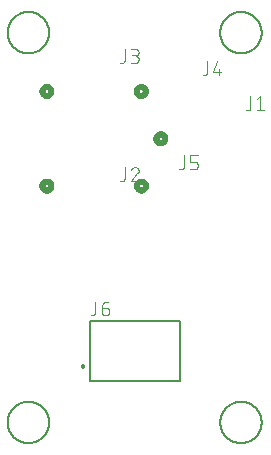
<source format=gbr>
G04 EAGLE Gerber RS-274X export*
G75*
%MOMM*%
%FSLAX34Y34*%
%LPD*%
%INSilkscreen Top*%
%IPPOS*%
%AMOC8*
5,1,8,0,0,1.08239X$1,22.5*%
G01*
%ADD10C,0.508000*%
%ADD11C,0.076200*%
%ADD12C,0.200000*%
%ADD13C,0.127000*%
%ADD14C,0.101600*%
%ADD15C,0.203200*%


D10*
X118400Y300000D02*
X118402Y299878D01*
X118408Y299756D01*
X118418Y299634D01*
X118431Y299513D01*
X118449Y299392D01*
X118470Y299272D01*
X118496Y299152D01*
X118525Y299034D01*
X118557Y298916D01*
X118594Y298799D01*
X118634Y298684D01*
X118678Y298570D01*
X118726Y298458D01*
X118777Y298347D01*
X118832Y298238D01*
X118890Y298130D01*
X118952Y298025D01*
X119017Y297922D01*
X119085Y297820D01*
X119157Y297721D01*
X119231Y297625D01*
X119309Y297530D01*
X119390Y297439D01*
X119473Y297349D01*
X119559Y297263D01*
X119649Y297180D01*
X119740Y297099D01*
X119835Y297021D01*
X119931Y296947D01*
X120030Y296875D01*
X120132Y296807D01*
X120235Y296742D01*
X120340Y296680D01*
X120448Y296622D01*
X120557Y296567D01*
X120668Y296516D01*
X120780Y296468D01*
X120894Y296424D01*
X121009Y296384D01*
X121126Y296347D01*
X121244Y296315D01*
X121362Y296286D01*
X121482Y296260D01*
X121602Y296239D01*
X121723Y296221D01*
X121844Y296208D01*
X121966Y296198D01*
X122088Y296192D01*
X122210Y296190D01*
X122332Y296192D01*
X122454Y296198D01*
X122576Y296208D01*
X122697Y296221D01*
X122818Y296239D01*
X122938Y296260D01*
X123058Y296286D01*
X123176Y296315D01*
X123294Y296347D01*
X123411Y296384D01*
X123526Y296424D01*
X123640Y296468D01*
X123752Y296516D01*
X123863Y296567D01*
X123972Y296622D01*
X124080Y296680D01*
X124185Y296742D01*
X124288Y296807D01*
X124390Y296875D01*
X124489Y296947D01*
X124585Y297021D01*
X124680Y297099D01*
X124771Y297180D01*
X124861Y297263D01*
X124947Y297349D01*
X125030Y297439D01*
X125111Y297530D01*
X125189Y297625D01*
X125263Y297721D01*
X125335Y297820D01*
X125403Y297922D01*
X125468Y298025D01*
X125530Y298130D01*
X125588Y298238D01*
X125643Y298347D01*
X125694Y298458D01*
X125742Y298570D01*
X125786Y298684D01*
X125826Y298799D01*
X125863Y298916D01*
X125895Y299034D01*
X125924Y299152D01*
X125950Y299272D01*
X125971Y299392D01*
X125989Y299513D01*
X126002Y299634D01*
X126012Y299756D01*
X126018Y299878D01*
X126020Y300000D01*
X126018Y300122D01*
X126012Y300244D01*
X126002Y300366D01*
X125989Y300487D01*
X125971Y300608D01*
X125950Y300728D01*
X125924Y300848D01*
X125895Y300966D01*
X125863Y301084D01*
X125826Y301201D01*
X125786Y301316D01*
X125742Y301430D01*
X125694Y301542D01*
X125643Y301653D01*
X125588Y301762D01*
X125530Y301870D01*
X125468Y301975D01*
X125403Y302078D01*
X125335Y302180D01*
X125263Y302279D01*
X125189Y302375D01*
X125111Y302470D01*
X125030Y302561D01*
X124947Y302651D01*
X124861Y302737D01*
X124771Y302820D01*
X124680Y302901D01*
X124585Y302979D01*
X124489Y303053D01*
X124390Y303125D01*
X124288Y303193D01*
X124185Y303258D01*
X124080Y303320D01*
X123972Y303378D01*
X123863Y303433D01*
X123752Y303484D01*
X123640Y303532D01*
X123526Y303576D01*
X123411Y303616D01*
X123294Y303653D01*
X123176Y303685D01*
X123058Y303714D01*
X122938Y303740D01*
X122818Y303761D01*
X122697Y303779D01*
X122576Y303792D01*
X122454Y303802D01*
X122332Y303808D01*
X122210Y303810D01*
X122088Y303808D01*
X121966Y303802D01*
X121844Y303792D01*
X121723Y303779D01*
X121602Y303761D01*
X121482Y303740D01*
X121362Y303714D01*
X121244Y303685D01*
X121126Y303653D01*
X121009Y303616D01*
X120894Y303576D01*
X120780Y303532D01*
X120668Y303484D01*
X120557Y303433D01*
X120448Y303378D01*
X120340Y303320D01*
X120235Y303258D01*
X120132Y303193D01*
X120030Y303125D01*
X119931Y303053D01*
X119835Y302979D01*
X119740Y302901D01*
X119649Y302820D01*
X119559Y302737D01*
X119473Y302651D01*
X119390Y302561D01*
X119309Y302470D01*
X119231Y302375D01*
X119157Y302279D01*
X119085Y302180D01*
X119017Y302078D01*
X118952Y301975D01*
X118890Y301870D01*
X118832Y301762D01*
X118777Y301653D01*
X118726Y301542D01*
X118678Y301430D01*
X118634Y301316D01*
X118594Y301201D01*
X118557Y301084D01*
X118525Y300966D01*
X118496Y300848D01*
X118470Y300728D01*
X118449Y300608D01*
X118431Y300487D01*
X118418Y300366D01*
X118408Y300244D01*
X118402Y300122D01*
X118400Y300000D01*
D11*
X198094Y326684D02*
X198094Y335969D01*
X198094Y326684D02*
X198092Y326582D01*
X198086Y326481D01*
X198076Y326380D01*
X198063Y326279D01*
X198045Y326179D01*
X198024Y326080D01*
X197999Y325981D01*
X197970Y325884D01*
X197938Y325787D01*
X197902Y325692D01*
X197862Y325599D01*
X197819Y325507D01*
X197772Y325417D01*
X197721Y325328D01*
X197668Y325242D01*
X197611Y325158D01*
X197551Y325076D01*
X197488Y324996D01*
X197422Y324919D01*
X197353Y324844D01*
X197281Y324772D01*
X197206Y324703D01*
X197129Y324637D01*
X197049Y324574D01*
X196967Y324514D01*
X196883Y324457D01*
X196797Y324404D01*
X196708Y324353D01*
X196618Y324306D01*
X196526Y324263D01*
X196433Y324223D01*
X196338Y324187D01*
X196241Y324155D01*
X196144Y324126D01*
X196045Y324101D01*
X195946Y324080D01*
X195846Y324062D01*
X195745Y324049D01*
X195644Y324039D01*
X195543Y324033D01*
X195441Y324031D01*
X194115Y324031D01*
X203232Y333316D02*
X206549Y335969D01*
X206549Y324031D01*
X209865Y324031D02*
X203232Y324031D01*
D10*
X29520Y260000D02*
X29518Y259878D01*
X29512Y259756D01*
X29502Y259634D01*
X29489Y259513D01*
X29471Y259392D01*
X29450Y259272D01*
X29424Y259152D01*
X29395Y259034D01*
X29363Y258916D01*
X29326Y258799D01*
X29286Y258684D01*
X29242Y258570D01*
X29194Y258458D01*
X29143Y258347D01*
X29088Y258238D01*
X29030Y258130D01*
X28968Y258025D01*
X28903Y257922D01*
X28835Y257820D01*
X28763Y257721D01*
X28689Y257625D01*
X28611Y257530D01*
X28530Y257439D01*
X28447Y257349D01*
X28361Y257263D01*
X28271Y257180D01*
X28180Y257099D01*
X28085Y257021D01*
X27989Y256947D01*
X27890Y256875D01*
X27788Y256807D01*
X27685Y256742D01*
X27580Y256680D01*
X27472Y256622D01*
X27363Y256567D01*
X27252Y256516D01*
X27140Y256468D01*
X27026Y256424D01*
X26911Y256384D01*
X26794Y256347D01*
X26676Y256315D01*
X26558Y256286D01*
X26438Y256260D01*
X26318Y256239D01*
X26197Y256221D01*
X26076Y256208D01*
X25954Y256198D01*
X25832Y256192D01*
X25710Y256190D01*
X25588Y256192D01*
X25466Y256198D01*
X25344Y256208D01*
X25223Y256221D01*
X25102Y256239D01*
X24982Y256260D01*
X24862Y256286D01*
X24744Y256315D01*
X24626Y256347D01*
X24509Y256384D01*
X24394Y256424D01*
X24280Y256468D01*
X24168Y256516D01*
X24057Y256567D01*
X23948Y256622D01*
X23840Y256680D01*
X23735Y256742D01*
X23632Y256807D01*
X23530Y256875D01*
X23431Y256947D01*
X23335Y257021D01*
X23240Y257099D01*
X23149Y257180D01*
X23059Y257263D01*
X22973Y257349D01*
X22890Y257439D01*
X22809Y257530D01*
X22731Y257625D01*
X22657Y257721D01*
X22585Y257820D01*
X22517Y257922D01*
X22452Y258025D01*
X22390Y258130D01*
X22332Y258238D01*
X22277Y258347D01*
X22226Y258458D01*
X22178Y258570D01*
X22134Y258684D01*
X22094Y258799D01*
X22057Y258916D01*
X22025Y259034D01*
X21996Y259152D01*
X21970Y259272D01*
X21949Y259392D01*
X21931Y259513D01*
X21918Y259634D01*
X21908Y259756D01*
X21902Y259878D01*
X21900Y260000D01*
X21902Y260122D01*
X21908Y260244D01*
X21918Y260366D01*
X21931Y260487D01*
X21949Y260608D01*
X21970Y260728D01*
X21996Y260848D01*
X22025Y260966D01*
X22057Y261084D01*
X22094Y261201D01*
X22134Y261316D01*
X22178Y261430D01*
X22226Y261542D01*
X22277Y261653D01*
X22332Y261762D01*
X22390Y261870D01*
X22452Y261975D01*
X22517Y262078D01*
X22585Y262180D01*
X22657Y262279D01*
X22731Y262375D01*
X22809Y262470D01*
X22890Y262561D01*
X22973Y262651D01*
X23059Y262737D01*
X23149Y262820D01*
X23240Y262901D01*
X23335Y262979D01*
X23431Y263053D01*
X23530Y263125D01*
X23632Y263193D01*
X23735Y263258D01*
X23840Y263320D01*
X23948Y263378D01*
X24057Y263433D01*
X24168Y263484D01*
X24280Y263532D01*
X24394Y263576D01*
X24509Y263616D01*
X24626Y263653D01*
X24744Y263685D01*
X24862Y263714D01*
X24982Y263740D01*
X25102Y263761D01*
X25223Y263779D01*
X25344Y263792D01*
X25466Y263802D01*
X25588Y263808D01*
X25710Y263810D01*
X25832Y263808D01*
X25954Y263802D01*
X26076Y263792D01*
X26197Y263779D01*
X26318Y263761D01*
X26438Y263740D01*
X26558Y263714D01*
X26676Y263685D01*
X26794Y263653D01*
X26911Y263616D01*
X27026Y263576D01*
X27140Y263532D01*
X27252Y263484D01*
X27363Y263433D01*
X27472Y263378D01*
X27580Y263320D01*
X27685Y263258D01*
X27788Y263193D01*
X27890Y263125D01*
X27989Y263053D01*
X28085Y262979D01*
X28180Y262901D01*
X28271Y262820D01*
X28361Y262737D01*
X28447Y262651D01*
X28530Y262561D01*
X28611Y262470D01*
X28689Y262375D01*
X28763Y262279D01*
X28835Y262180D01*
X28903Y262078D01*
X28968Y261975D01*
X29030Y261870D01*
X29088Y261762D01*
X29143Y261653D01*
X29194Y261542D01*
X29242Y261430D01*
X29286Y261316D01*
X29326Y261201D01*
X29363Y261084D01*
X29395Y260966D01*
X29424Y260848D01*
X29450Y260728D01*
X29471Y260608D01*
X29489Y260487D01*
X29502Y260366D01*
X29512Y260244D01*
X29518Y260122D01*
X29520Y260000D01*
D11*
X91594Y266684D02*
X91594Y275969D01*
X91594Y266684D02*
X91592Y266582D01*
X91586Y266481D01*
X91576Y266380D01*
X91563Y266279D01*
X91545Y266179D01*
X91524Y266080D01*
X91499Y265981D01*
X91470Y265884D01*
X91438Y265787D01*
X91402Y265692D01*
X91362Y265599D01*
X91319Y265507D01*
X91272Y265417D01*
X91221Y265328D01*
X91168Y265242D01*
X91111Y265158D01*
X91051Y265076D01*
X90988Y264996D01*
X90922Y264919D01*
X90853Y264844D01*
X90781Y264772D01*
X90706Y264703D01*
X90629Y264637D01*
X90549Y264574D01*
X90467Y264514D01*
X90383Y264457D01*
X90297Y264404D01*
X90208Y264353D01*
X90118Y264306D01*
X90026Y264263D01*
X89933Y264223D01*
X89838Y264187D01*
X89741Y264155D01*
X89644Y264126D01*
X89545Y264101D01*
X89446Y264080D01*
X89346Y264062D01*
X89245Y264049D01*
X89144Y264039D01*
X89043Y264033D01*
X88941Y264031D01*
X87615Y264031D01*
X100380Y275970D02*
X100487Y275968D01*
X100593Y275962D01*
X100699Y275953D01*
X100805Y275940D01*
X100910Y275923D01*
X101015Y275902D01*
X101118Y275877D01*
X101221Y275849D01*
X101323Y275817D01*
X101423Y275782D01*
X101522Y275743D01*
X101620Y275700D01*
X101716Y275654D01*
X101811Y275605D01*
X101903Y275552D01*
X101994Y275496D01*
X102082Y275437D01*
X102169Y275375D01*
X102253Y275309D01*
X102335Y275241D01*
X102414Y275170D01*
X102491Y275096D01*
X102565Y275019D01*
X102636Y274940D01*
X102704Y274858D01*
X102770Y274774D01*
X102832Y274687D01*
X102891Y274599D01*
X102947Y274508D01*
X103000Y274416D01*
X103049Y274321D01*
X103095Y274225D01*
X103138Y274127D01*
X103177Y274028D01*
X103212Y273928D01*
X103244Y273826D01*
X103272Y273723D01*
X103297Y273620D01*
X103318Y273515D01*
X103335Y273410D01*
X103348Y273304D01*
X103357Y273198D01*
X103363Y273092D01*
X103365Y272985D01*
X100380Y275969D02*
X100259Y275967D01*
X100139Y275961D01*
X100019Y275952D01*
X99899Y275939D01*
X99780Y275922D01*
X99661Y275901D01*
X99543Y275877D01*
X99426Y275848D01*
X99310Y275817D01*
X99194Y275781D01*
X99080Y275742D01*
X98968Y275699D01*
X98856Y275653D01*
X98746Y275604D01*
X98638Y275550D01*
X98532Y275494D01*
X98427Y275434D01*
X98324Y275371D01*
X98224Y275305D01*
X98125Y275236D01*
X98029Y275163D01*
X97935Y275088D01*
X97843Y275010D01*
X97754Y274928D01*
X97667Y274844D01*
X97584Y274758D01*
X97502Y274669D01*
X97424Y274577D01*
X97349Y274483D01*
X97277Y274386D01*
X97207Y274288D01*
X97141Y274187D01*
X97078Y274084D01*
X97019Y273979D01*
X96962Y273873D01*
X96909Y273764D01*
X96860Y273655D01*
X96814Y273543D01*
X96771Y273430D01*
X96733Y273316D01*
X102370Y270663D02*
X102450Y270743D01*
X102528Y270825D01*
X102602Y270909D01*
X102674Y270997D01*
X102742Y271087D01*
X102808Y271179D01*
X102870Y271273D01*
X102928Y271369D01*
X102983Y271468D01*
X103035Y271568D01*
X103083Y271670D01*
X103128Y271774D01*
X103168Y271879D01*
X103205Y271986D01*
X103239Y272094D01*
X103268Y272203D01*
X103294Y272313D01*
X103315Y272424D01*
X103333Y272535D01*
X103347Y272647D01*
X103357Y272759D01*
X103363Y272872D01*
X103365Y272985D01*
X102370Y270663D02*
X96732Y264031D01*
X103365Y264031D01*
D10*
X29520Y340000D02*
X29518Y339878D01*
X29512Y339756D01*
X29502Y339634D01*
X29489Y339513D01*
X29471Y339392D01*
X29450Y339272D01*
X29424Y339152D01*
X29395Y339034D01*
X29363Y338916D01*
X29326Y338799D01*
X29286Y338684D01*
X29242Y338570D01*
X29194Y338458D01*
X29143Y338347D01*
X29088Y338238D01*
X29030Y338130D01*
X28968Y338025D01*
X28903Y337922D01*
X28835Y337820D01*
X28763Y337721D01*
X28689Y337625D01*
X28611Y337530D01*
X28530Y337439D01*
X28447Y337349D01*
X28361Y337263D01*
X28271Y337180D01*
X28180Y337099D01*
X28085Y337021D01*
X27989Y336947D01*
X27890Y336875D01*
X27788Y336807D01*
X27685Y336742D01*
X27580Y336680D01*
X27472Y336622D01*
X27363Y336567D01*
X27252Y336516D01*
X27140Y336468D01*
X27026Y336424D01*
X26911Y336384D01*
X26794Y336347D01*
X26676Y336315D01*
X26558Y336286D01*
X26438Y336260D01*
X26318Y336239D01*
X26197Y336221D01*
X26076Y336208D01*
X25954Y336198D01*
X25832Y336192D01*
X25710Y336190D01*
X25588Y336192D01*
X25466Y336198D01*
X25344Y336208D01*
X25223Y336221D01*
X25102Y336239D01*
X24982Y336260D01*
X24862Y336286D01*
X24744Y336315D01*
X24626Y336347D01*
X24509Y336384D01*
X24394Y336424D01*
X24280Y336468D01*
X24168Y336516D01*
X24057Y336567D01*
X23948Y336622D01*
X23840Y336680D01*
X23735Y336742D01*
X23632Y336807D01*
X23530Y336875D01*
X23431Y336947D01*
X23335Y337021D01*
X23240Y337099D01*
X23149Y337180D01*
X23059Y337263D01*
X22973Y337349D01*
X22890Y337439D01*
X22809Y337530D01*
X22731Y337625D01*
X22657Y337721D01*
X22585Y337820D01*
X22517Y337922D01*
X22452Y338025D01*
X22390Y338130D01*
X22332Y338238D01*
X22277Y338347D01*
X22226Y338458D01*
X22178Y338570D01*
X22134Y338684D01*
X22094Y338799D01*
X22057Y338916D01*
X22025Y339034D01*
X21996Y339152D01*
X21970Y339272D01*
X21949Y339392D01*
X21931Y339513D01*
X21918Y339634D01*
X21908Y339756D01*
X21902Y339878D01*
X21900Y340000D01*
X21902Y340122D01*
X21908Y340244D01*
X21918Y340366D01*
X21931Y340487D01*
X21949Y340608D01*
X21970Y340728D01*
X21996Y340848D01*
X22025Y340966D01*
X22057Y341084D01*
X22094Y341201D01*
X22134Y341316D01*
X22178Y341430D01*
X22226Y341542D01*
X22277Y341653D01*
X22332Y341762D01*
X22390Y341870D01*
X22452Y341975D01*
X22517Y342078D01*
X22585Y342180D01*
X22657Y342279D01*
X22731Y342375D01*
X22809Y342470D01*
X22890Y342561D01*
X22973Y342651D01*
X23059Y342737D01*
X23149Y342820D01*
X23240Y342901D01*
X23335Y342979D01*
X23431Y343053D01*
X23530Y343125D01*
X23632Y343193D01*
X23735Y343258D01*
X23840Y343320D01*
X23948Y343378D01*
X24057Y343433D01*
X24168Y343484D01*
X24280Y343532D01*
X24394Y343576D01*
X24509Y343616D01*
X24626Y343653D01*
X24744Y343685D01*
X24862Y343714D01*
X24982Y343740D01*
X25102Y343761D01*
X25223Y343779D01*
X25344Y343792D01*
X25466Y343802D01*
X25588Y343808D01*
X25710Y343810D01*
X25832Y343808D01*
X25954Y343802D01*
X26076Y343792D01*
X26197Y343779D01*
X26318Y343761D01*
X26438Y343740D01*
X26558Y343714D01*
X26676Y343685D01*
X26794Y343653D01*
X26911Y343616D01*
X27026Y343576D01*
X27140Y343532D01*
X27252Y343484D01*
X27363Y343433D01*
X27472Y343378D01*
X27580Y343320D01*
X27685Y343258D01*
X27788Y343193D01*
X27890Y343125D01*
X27989Y343053D01*
X28085Y342979D01*
X28180Y342901D01*
X28271Y342820D01*
X28361Y342737D01*
X28447Y342651D01*
X28530Y342561D01*
X28611Y342470D01*
X28689Y342375D01*
X28763Y342279D01*
X28835Y342180D01*
X28903Y342078D01*
X28968Y341975D01*
X29030Y341870D01*
X29088Y341762D01*
X29143Y341653D01*
X29194Y341542D01*
X29242Y341430D01*
X29286Y341316D01*
X29326Y341201D01*
X29363Y341084D01*
X29395Y340966D01*
X29424Y340848D01*
X29450Y340728D01*
X29471Y340608D01*
X29489Y340487D01*
X29502Y340366D01*
X29512Y340244D01*
X29518Y340122D01*
X29520Y340000D01*
D11*
X91594Y366684D02*
X91594Y375969D01*
X91594Y366684D02*
X91592Y366582D01*
X91586Y366481D01*
X91576Y366380D01*
X91563Y366279D01*
X91545Y366179D01*
X91524Y366080D01*
X91499Y365981D01*
X91470Y365884D01*
X91438Y365787D01*
X91402Y365692D01*
X91362Y365599D01*
X91319Y365507D01*
X91272Y365417D01*
X91221Y365328D01*
X91168Y365242D01*
X91111Y365158D01*
X91051Y365076D01*
X90988Y364996D01*
X90922Y364919D01*
X90853Y364844D01*
X90781Y364772D01*
X90706Y364703D01*
X90629Y364637D01*
X90549Y364574D01*
X90467Y364514D01*
X90383Y364457D01*
X90297Y364404D01*
X90208Y364353D01*
X90118Y364306D01*
X90026Y364263D01*
X89933Y364223D01*
X89838Y364187D01*
X89741Y364155D01*
X89644Y364126D01*
X89545Y364101D01*
X89446Y364080D01*
X89346Y364062D01*
X89245Y364049D01*
X89144Y364039D01*
X89043Y364033D01*
X88941Y364031D01*
X87615Y364031D01*
X96732Y364031D02*
X100049Y364031D01*
X100163Y364033D01*
X100278Y364039D01*
X100392Y364049D01*
X100505Y364063D01*
X100619Y364080D01*
X100731Y364102D01*
X100843Y364127D01*
X100953Y364157D01*
X101063Y364190D01*
X101171Y364227D01*
X101278Y364267D01*
X101384Y364312D01*
X101488Y364359D01*
X101590Y364411D01*
X101690Y364466D01*
X101789Y364524D01*
X101885Y364586D01*
X101980Y364651D01*
X102071Y364719D01*
X102161Y364791D01*
X102248Y364865D01*
X102332Y364942D01*
X102414Y365023D01*
X102493Y365106D01*
X102569Y365191D01*
X102642Y365280D01*
X102711Y365370D01*
X102778Y365463D01*
X102841Y365559D01*
X102901Y365656D01*
X102958Y365756D01*
X103011Y365857D01*
X103061Y365960D01*
X103107Y366065D01*
X103150Y366171D01*
X103188Y366279D01*
X103223Y366388D01*
X103254Y366498D01*
X103282Y366609D01*
X103305Y366721D01*
X103325Y366834D01*
X103341Y366947D01*
X103353Y367061D01*
X103361Y367175D01*
X103365Y367290D01*
X103365Y367404D01*
X103361Y367519D01*
X103353Y367633D01*
X103341Y367747D01*
X103325Y367860D01*
X103305Y367973D01*
X103282Y368085D01*
X103254Y368196D01*
X103223Y368306D01*
X103188Y368415D01*
X103150Y368523D01*
X103107Y368629D01*
X103061Y368734D01*
X103011Y368837D01*
X102958Y368938D01*
X102901Y369038D01*
X102841Y369135D01*
X102778Y369231D01*
X102711Y369324D01*
X102642Y369414D01*
X102569Y369503D01*
X102493Y369588D01*
X102414Y369671D01*
X102332Y369752D01*
X102248Y369829D01*
X102161Y369903D01*
X102071Y369975D01*
X101980Y370043D01*
X101885Y370108D01*
X101789Y370170D01*
X101690Y370228D01*
X101590Y370283D01*
X101488Y370335D01*
X101384Y370382D01*
X101278Y370427D01*
X101171Y370467D01*
X101063Y370504D01*
X100953Y370537D01*
X100843Y370567D01*
X100731Y370592D01*
X100619Y370614D01*
X100505Y370631D01*
X100392Y370645D01*
X100278Y370655D01*
X100163Y370661D01*
X100049Y370663D01*
X100712Y375969D02*
X96732Y375969D01*
X100712Y375969D02*
X100814Y375967D01*
X100915Y375961D01*
X101016Y375951D01*
X101117Y375938D01*
X101217Y375920D01*
X101316Y375899D01*
X101415Y375874D01*
X101512Y375845D01*
X101609Y375813D01*
X101704Y375777D01*
X101797Y375737D01*
X101889Y375694D01*
X101979Y375647D01*
X102068Y375596D01*
X102154Y375543D01*
X102238Y375486D01*
X102320Y375426D01*
X102400Y375363D01*
X102477Y375297D01*
X102552Y375228D01*
X102624Y375156D01*
X102693Y375081D01*
X102759Y375004D01*
X102822Y374924D01*
X102882Y374842D01*
X102939Y374758D01*
X102992Y374672D01*
X103043Y374583D01*
X103090Y374493D01*
X103133Y374401D01*
X103173Y374308D01*
X103209Y374213D01*
X103241Y374116D01*
X103270Y374019D01*
X103295Y373920D01*
X103316Y373821D01*
X103334Y373721D01*
X103347Y373620D01*
X103357Y373519D01*
X103363Y373418D01*
X103365Y373316D01*
X103363Y373214D01*
X103357Y373113D01*
X103347Y373012D01*
X103334Y372911D01*
X103316Y372811D01*
X103295Y372712D01*
X103270Y372613D01*
X103241Y372516D01*
X103209Y372419D01*
X103173Y372324D01*
X103133Y372231D01*
X103090Y372139D01*
X103043Y372049D01*
X102992Y371960D01*
X102939Y371874D01*
X102882Y371790D01*
X102822Y371708D01*
X102759Y371628D01*
X102693Y371551D01*
X102624Y371476D01*
X102552Y371404D01*
X102477Y371335D01*
X102400Y371269D01*
X102320Y371206D01*
X102238Y371146D01*
X102154Y371089D01*
X102068Y371036D01*
X101979Y370985D01*
X101889Y370938D01*
X101797Y370895D01*
X101704Y370855D01*
X101609Y370819D01*
X101512Y370787D01*
X101415Y370758D01*
X101316Y370733D01*
X101217Y370712D01*
X101117Y370694D01*
X101016Y370681D01*
X100915Y370671D01*
X100814Y370665D01*
X100712Y370663D01*
X98059Y370663D01*
D10*
X101900Y340000D02*
X101902Y339878D01*
X101908Y339756D01*
X101918Y339634D01*
X101931Y339513D01*
X101949Y339392D01*
X101970Y339272D01*
X101996Y339152D01*
X102025Y339034D01*
X102057Y338916D01*
X102094Y338799D01*
X102134Y338684D01*
X102178Y338570D01*
X102226Y338458D01*
X102277Y338347D01*
X102332Y338238D01*
X102390Y338130D01*
X102452Y338025D01*
X102517Y337922D01*
X102585Y337820D01*
X102657Y337721D01*
X102731Y337625D01*
X102809Y337530D01*
X102890Y337439D01*
X102973Y337349D01*
X103059Y337263D01*
X103149Y337180D01*
X103240Y337099D01*
X103335Y337021D01*
X103431Y336947D01*
X103530Y336875D01*
X103632Y336807D01*
X103735Y336742D01*
X103840Y336680D01*
X103948Y336622D01*
X104057Y336567D01*
X104168Y336516D01*
X104280Y336468D01*
X104394Y336424D01*
X104509Y336384D01*
X104626Y336347D01*
X104744Y336315D01*
X104862Y336286D01*
X104982Y336260D01*
X105102Y336239D01*
X105223Y336221D01*
X105344Y336208D01*
X105466Y336198D01*
X105588Y336192D01*
X105710Y336190D01*
X105832Y336192D01*
X105954Y336198D01*
X106076Y336208D01*
X106197Y336221D01*
X106318Y336239D01*
X106438Y336260D01*
X106558Y336286D01*
X106676Y336315D01*
X106794Y336347D01*
X106911Y336384D01*
X107026Y336424D01*
X107140Y336468D01*
X107252Y336516D01*
X107363Y336567D01*
X107472Y336622D01*
X107580Y336680D01*
X107685Y336742D01*
X107788Y336807D01*
X107890Y336875D01*
X107989Y336947D01*
X108085Y337021D01*
X108180Y337099D01*
X108271Y337180D01*
X108361Y337263D01*
X108447Y337349D01*
X108530Y337439D01*
X108611Y337530D01*
X108689Y337625D01*
X108763Y337721D01*
X108835Y337820D01*
X108903Y337922D01*
X108968Y338025D01*
X109030Y338130D01*
X109088Y338238D01*
X109143Y338347D01*
X109194Y338458D01*
X109242Y338570D01*
X109286Y338684D01*
X109326Y338799D01*
X109363Y338916D01*
X109395Y339034D01*
X109424Y339152D01*
X109450Y339272D01*
X109471Y339392D01*
X109489Y339513D01*
X109502Y339634D01*
X109512Y339756D01*
X109518Y339878D01*
X109520Y340000D01*
X109518Y340122D01*
X109512Y340244D01*
X109502Y340366D01*
X109489Y340487D01*
X109471Y340608D01*
X109450Y340728D01*
X109424Y340848D01*
X109395Y340966D01*
X109363Y341084D01*
X109326Y341201D01*
X109286Y341316D01*
X109242Y341430D01*
X109194Y341542D01*
X109143Y341653D01*
X109088Y341762D01*
X109030Y341870D01*
X108968Y341975D01*
X108903Y342078D01*
X108835Y342180D01*
X108763Y342279D01*
X108689Y342375D01*
X108611Y342470D01*
X108530Y342561D01*
X108447Y342651D01*
X108361Y342737D01*
X108271Y342820D01*
X108180Y342901D01*
X108085Y342979D01*
X107989Y343053D01*
X107890Y343125D01*
X107788Y343193D01*
X107685Y343258D01*
X107580Y343320D01*
X107472Y343378D01*
X107363Y343433D01*
X107252Y343484D01*
X107140Y343532D01*
X107026Y343576D01*
X106911Y343616D01*
X106794Y343653D01*
X106676Y343685D01*
X106558Y343714D01*
X106438Y343740D01*
X106318Y343761D01*
X106197Y343779D01*
X106076Y343792D01*
X105954Y343802D01*
X105832Y343808D01*
X105710Y343810D01*
X105588Y343808D01*
X105466Y343802D01*
X105344Y343792D01*
X105223Y343779D01*
X105102Y343761D01*
X104982Y343740D01*
X104862Y343714D01*
X104744Y343685D01*
X104626Y343653D01*
X104509Y343616D01*
X104394Y343576D01*
X104280Y343532D01*
X104168Y343484D01*
X104057Y343433D01*
X103948Y343378D01*
X103840Y343320D01*
X103735Y343258D01*
X103632Y343193D01*
X103530Y343125D01*
X103431Y343053D01*
X103335Y342979D01*
X103240Y342901D01*
X103149Y342820D01*
X103059Y342737D01*
X102973Y342651D01*
X102890Y342561D01*
X102809Y342470D01*
X102731Y342375D01*
X102657Y342279D01*
X102585Y342180D01*
X102517Y342078D01*
X102452Y341975D01*
X102390Y341870D01*
X102332Y341762D01*
X102277Y341653D01*
X102226Y341542D01*
X102178Y341430D01*
X102134Y341316D01*
X102094Y341201D01*
X102057Y341084D01*
X102025Y340966D01*
X101996Y340848D01*
X101970Y340728D01*
X101949Y340608D01*
X101931Y340487D01*
X101918Y340366D01*
X101908Y340244D01*
X101902Y340122D01*
X101900Y340000D01*
D11*
X161594Y356684D02*
X161594Y365969D01*
X161594Y356684D02*
X161592Y356582D01*
X161586Y356481D01*
X161576Y356380D01*
X161563Y356279D01*
X161545Y356179D01*
X161524Y356080D01*
X161499Y355981D01*
X161470Y355884D01*
X161438Y355787D01*
X161402Y355692D01*
X161362Y355599D01*
X161319Y355507D01*
X161272Y355417D01*
X161221Y355328D01*
X161168Y355242D01*
X161111Y355158D01*
X161051Y355076D01*
X160988Y354996D01*
X160922Y354919D01*
X160853Y354844D01*
X160781Y354772D01*
X160706Y354703D01*
X160629Y354637D01*
X160549Y354574D01*
X160467Y354514D01*
X160383Y354457D01*
X160297Y354404D01*
X160208Y354353D01*
X160118Y354306D01*
X160026Y354263D01*
X159933Y354223D01*
X159838Y354187D01*
X159741Y354155D01*
X159644Y354126D01*
X159545Y354101D01*
X159446Y354080D01*
X159346Y354062D01*
X159245Y354049D01*
X159144Y354039D01*
X159043Y354033D01*
X158941Y354031D01*
X157615Y354031D01*
X166732Y356684D02*
X169385Y365969D01*
X166732Y356684D02*
X173365Y356684D01*
X171375Y359337D02*
X171375Y354031D01*
D10*
X109520Y260000D02*
X109518Y259878D01*
X109512Y259756D01*
X109502Y259634D01*
X109489Y259513D01*
X109471Y259392D01*
X109450Y259272D01*
X109424Y259152D01*
X109395Y259034D01*
X109363Y258916D01*
X109326Y258799D01*
X109286Y258684D01*
X109242Y258570D01*
X109194Y258458D01*
X109143Y258347D01*
X109088Y258238D01*
X109030Y258130D01*
X108968Y258025D01*
X108903Y257922D01*
X108835Y257820D01*
X108763Y257721D01*
X108689Y257625D01*
X108611Y257530D01*
X108530Y257439D01*
X108447Y257349D01*
X108361Y257263D01*
X108271Y257180D01*
X108180Y257099D01*
X108085Y257021D01*
X107989Y256947D01*
X107890Y256875D01*
X107788Y256807D01*
X107685Y256742D01*
X107580Y256680D01*
X107472Y256622D01*
X107363Y256567D01*
X107252Y256516D01*
X107140Y256468D01*
X107026Y256424D01*
X106911Y256384D01*
X106794Y256347D01*
X106676Y256315D01*
X106558Y256286D01*
X106438Y256260D01*
X106318Y256239D01*
X106197Y256221D01*
X106076Y256208D01*
X105954Y256198D01*
X105832Y256192D01*
X105710Y256190D01*
X105588Y256192D01*
X105466Y256198D01*
X105344Y256208D01*
X105223Y256221D01*
X105102Y256239D01*
X104982Y256260D01*
X104862Y256286D01*
X104744Y256315D01*
X104626Y256347D01*
X104509Y256384D01*
X104394Y256424D01*
X104280Y256468D01*
X104168Y256516D01*
X104057Y256567D01*
X103948Y256622D01*
X103840Y256680D01*
X103735Y256742D01*
X103632Y256807D01*
X103530Y256875D01*
X103431Y256947D01*
X103335Y257021D01*
X103240Y257099D01*
X103149Y257180D01*
X103059Y257263D01*
X102973Y257349D01*
X102890Y257439D01*
X102809Y257530D01*
X102731Y257625D01*
X102657Y257721D01*
X102585Y257820D01*
X102517Y257922D01*
X102452Y258025D01*
X102390Y258130D01*
X102332Y258238D01*
X102277Y258347D01*
X102226Y258458D01*
X102178Y258570D01*
X102134Y258684D01*
X102094Y258799D01*
X102057Y258916D01*
X102025Y259034D01*
X101996Y259152D01*
X101970Y259272D01*
X101949Y259392D01*
X101931Y259513D01*
X101918Y259634D01*
X101908Y259756D01*
X101902Y259878D01*
X101900Y260000D01*
X101902Y260122D01*
X101908Y260244D01*
X101918Y260366D01*
X101931Y260487D01*
X101949Y260608D01*
X101970Y260728D01*
X101996Y260848D01*
X102025Y260966D01*
X102057Y261084D01*
X102094Y261201D01*
X102134Y261316D01*
X102178Y261430D01*
X102226Y261542D01*
X102277Y261653D01*
X102332Y261762D01*
X102390Y261870D01*
X102452Y261975D01*
X102517Y262078D01*
X102585Y262180D01*
X102657Y262279D01*
X102731Y262375D01*
X102809Y262470D01*
X102890Y262561D01*
X102973Y262651D01*
X103059Y262737D01*
X103149Y262820D01*
X103240Y262901D01*
X103335Y262979D01*
X103431Y263053D01*
X103530Y263125D01*
X103632Y263193D01*
X103735Y263258D01*
X103840Y263320D01*
X103948Y263378D01*
X104057Y263433D01*
X104168Y263484D01*
X104280Y263532D01*
X104394Y263576D01*
X104509Y263616D01*
X104626Y263653D01*
X104744Y263685D01*
X104862Y263714D01*
X104982Y263740D01*
X105102Y263761D01*
X105223Y263779D01*
X105344Y263792D01*
X105466Y263802D01*
X105588Y263808D01*
X105710Y263810D01*
X105832Y263808D01*
X105954Y263802D01*
X106076Y263792D01*
X106197Y263779D01*
X106318Y263761D01*
X106438Y263740D01*
X106558Y263714D01*
X106676Y263685D01*
X106794Y263653D01*
X106911Y263616D01*
X107026Y263576D01*
X107140Y263532D01*
X107252Y263484D01*
X107363Y263433D01*
X107472Y263378D01*
X107580Y263320D01*
X107685Y263258D01*
X107788Y263193D01*
X107890Y263125D01*
X107989Y263053D01*
X108085Y262979D01*
X108180Y262901D01*
X108271Y262820D01*
X108361Y262737D01*
X108447Y262651D01*
X108530Y262561D01*
X108611Y262470D01*
X108689Y262375D01*
X108763Y262279D01*
X108835Y262180D01*
X108903Y262078D01*
X108968Y261975D01*
X109030Y261870D01*
X109088Y261762D01*
X109143Y261653D01*
X109194Y261542D01*
X109242Y261430D01*
X109286Y261316D01*
X109326Y261201D01*
X109363Y261084D01*
X109395Y260966D01*
X109424Y260848D01*
X109450Y260728D01*
X109471Y260608D01*
X109489Y260487D01*
X109502Y260366D01*
X109512Y260244D01*
X109518Y260122D01*
X109520Y260000D01*
D11*
X141594Y276684D02*
X141594Y285969D01*
X141594Y276684D02*
X141592Y276582D01*
X141586Y276481D01*
X141576Y276380D01*
X141563Y276279D01*
X141545Y276179D01*
X141524Y276080D01*
X141499Y275981D01*
X141470Y275884D01*
X141438Y275787D01*
X141402Y275692D01*
X141362Y275599D01*
X141319Y275507D01*
X141272Y275417D01*
X141221Y275328D01*
X141168Y275242D01*
X141111Y275158D01*
X141051Y275076D01*
X140988Y274996D01*
X140922Y274919D01*
X140853Y274844D01*
X140781Y274772D01*
X140706Y274703D01*
X140629Y274637D01*
X140549Y274574D01*
X140467Y274514D01*
X140383Y274457D01*
X140297Y274404D01*
X140208Y274353D01*
X140118Y274306D01*
X140026Y274263D01*
X139933Y274223D01*
X139838Y274187D01*
X139741Y274155D01*
X139644Y274126D01*
X139545Y274101D01*
X139446Y274080D01*
X139346Y274062D01*
X139245Y274049D01*
X139144Y274039D01*
X139043Y274033D01*
X138941Y274031D01*
X137615Y274031D01*
X146732Y274031D02*
X150712Y274031D01*
X150814Y274033D01*
X150915Y274039D01*
X151016Y274049D01*
X151117Y274062D01*
X151217Y274080D01*
X151316Y274101D01*
X151415Y274126D01*
X151512Y274155D01*
X151609Y274187D01*
X151704Y274223D01*
X151797Y274263D01*
X151889Y274306D01*
X151979Y274353D01*
X152068Y274404D01*
X152154Y274457D01*
X152238Y274514D01*
X152320Y274574D01*
X152400Y274637D01*
X152477Y274703D01*
X152552Y274772D01*
X152624Y274844D01*
X152693Y274919D01*
X152759Y274996D01*
X152822Y275076D01*
X152882Y275158D01*
X152939Y275242D01*
X152992Y275328D01*
X153043Y275417D01*
X153090Y275507D01*
X153133Y275599D01*
X153173Y275692D01*
X153209Y275787D01*
X153241Y275884D01*
X153270Y275981D01*
X153295Y276079D01*
X153316Y276179D01*
X153334Y276279D01*
X153347Y276380D01*
X153357Y276481D01*
X153363Y276582D01*
X153365Y276684D01*
X153365Y278010D01*
X153363Y278112D01*
X153357Y278213D01*
X153347Y278314D01*
X153334Y278415D01*
X153316Y278515D01*
X153295Y278614D01*
X153270Y278713D01*
X153241Y278810D01*
X153209Y278907D01*
X153173Y279002D01*
X153133Y279095D01*
X153090Y279187D01*
X153043Y279277D01*
X152992Y279366D01*
X152939Y279452D01*
X152882Y279536D01*
X152822Y279618D01*
X152759Y279698D01*
X152693Y279775D01*
X152624Y279850D01*
X152552Y279922D01*
X152477Y279991D01*
X152400Y280057D01*
X152320Y280120D01*
X152238Y280180D01*
X152154Y280237D01*
X152068Y280290D01*
X151979Y280341D01*
X151889Y280388D01*
X151797Y280431D01*
X151704Y280471D01*
X151609Y280507D01*
X151512Y280539D01*
X151415Y280568D01*
X151316Y280593D01*
X151217Y280614D01*
X151117Y280632D01*
X151016Y280645D01*
X150915Y280655D01*
X150814Y280661D01*
X150712Y280663D01*
X146732Y280663D01*
X146732Y285969D01*
X153365Y285969D01*
D12*
X55300Y107300D02*
X55302Y107363D01*
X55308Y107425D01*
X55318Y107487D01*
X55331Y107549D01*
X55349Y107609D01*
X55370Y107668D01*
X55395Y107726D01*
X55424Y107782D01*
X55456Y107836D01*
X55491Y107888D01*
X55529Y107937D01*
X55571Y107985D01*
X55615Y108029D01*
X55663Y108071D01*
X55712Y108109D01*
X55764Y108144D01*
X55818Y108176D01*
X55874Y108205D01*
X55932Y108230D01*
X55991Y108251D01*
X56051Y108269D01*
X56113Y108282D01*
X56175Y108292D01*
X56237Y108298D01*
X56300Y108300D01*
X56363Y108298D01*
X56425Y108292D01*
X56487Y108282D01*
X56549Y108269D01*
X56609Y108251D01*
X56668Y108230D01*
X56726Y108205D01*
X56782Y108176D01*
X56836Y108144D01*
X56888Y108109D01*
X56937Y108071D01*
X56985Y108029D01*
X57029Y107985D01*
X57071Y107937D01*
X57109Y107888D01*
X57144Y107836D01*
X57176Y107782D01*
X57205Y107726D01*
X57230Y107668D01*
X57251Y107609D01*
X57269Y107549D01*
X57282Y107487D01*
X57292Y107425D01*
X57298Y107363D01*
X57300Y107300D01*
X57298Y107237D01*
X57292Y107175D01*
X57282Y107113D01*
X57269Y107051D01*
X57251Y106991D01*
X57230Y106932D01*
X57205Y106874D01*
X57176Y106818D01*
X57144Y106764D01*
X57109Y106712D01*
X57071Y106663D01*
X57029Y106615D01*
X56985Y106571D01*
X56937Y106529D01*
X56888Y106491D01*
X56836Y106456D01*
X56782Y106424D01*
X56726Y106395D01*
X56668Y106370D01*
X56609Y106349D01*
X56549Y106331D01*
X56487Y106318D01*
X56425Y106308D01*
X56363Y106302D01*
X56300Y106300D01*
X56237Y106302D01*
X56175Y106308D01*
X56113Y106318D01*
X56051Y106331D01*
X55991Y106349D01*
X55932Y106370D01*
X55874Y106395D01*
X55818Y106424D01*
X55764Y106456D01*
X55712Y106491D01*
X55663Y106529D01*
X55615Y106571D01*
X55571Y106615D01*
X55529Y106663D01*
X55491Y106712D01*
X55456Y106764D01*
X55424Y106818D01*
X55395Y106874D01*
X55370Y106932D01*
X55349Y106991D01*
X55331Y107051D01*
X55318Y107113D01*
X55308Y107175D01*
X55302Y107237D01*
X55300Y107300D01*
D13*
X61900Y145400D02*
X138100Y145400D01*
X138100Y94600D01*
X61900Y94600D01*
X61900Y145400D01*
D14*
X66703Y153104D02*
X66703Y162192D01*
X66702Y153104D02*
X66700Y153005D01*
X66694Y152905D01*
X66685Y152806D01*
X66672Y152708D01*
X66655Y152610D01*
X66634Y152512D01*
X66609Y152416D01*
X66581Y152321D01*
X66549Y152227D01*
X66514Y152134D01*
X66475Y152042D01*
X66432Y151952D01*
X66387Y151864D01*
X66337Y151777D01*
X66285Y151693D01*
X66229Y151610D01*
X66171Y151530D01*
X66109Y151452D01*
X66044Y151377D01*
X65976Y151304D01*
X65906Y151234D01*
X65833Y151166D01*
X65758Y151101D01*
X65680Y151039D01*
X65600Y150981D01*
X65517Y150925D01*
X65433Y150873D01*
X65346Y150823D01*
X65258Y150778D01*
X65168Y150735D01*
X65076Y150696D01*
X64983Y150661D01*
X64889Y150629D01*
X64794Y150601D01*
X64698Y150576D01*
X64600Y150555D01*
X64502Y150538D01*
X64404Y150525D01*
X64305Y150516D01*
X64205Y150510D01*
X64106Y150508D01*
X62808Y150508D01*
X71976Y156999D02*
X75871Y156999D01*
X75970Y156997D01*
X76070Y156991D01*
X76169Y156982D01*
X76267Y156969D01*
X76365Y156952D01*
X76463Y156931D01*
X76559Y156906D01*
X76654Y156878D01*
X76748Y156846D01*
X76841Y156811D01*
X76933Y156772D01*
X77023Y156729D01*
X77111Y156684D01*
X77198Y156634D01*
X77282Y156582D01*
X77365Y156526D01*
X77445Y156468D01*
X77523Y156406D01*
X77598Y156341D01*
X77671Y156273D01*
X77741Y156203D01*
X77809Y156130D01*
X77874Y156055D01*
X77936Y155977D01*
X77994Y155897D01*
X78050Y155814D01*
X78102Y155730D01*
X78152Y155643D01*
X78197Y155555D01*
X78240Y155465D01*
X78279Y155373D01*
X78314Y155280D01*
X78346Y155186D01*
X78374Y155091D01*
X78399Y154995D01*
X78420Y154897D01*
X78437Y154799D01*
X78450Y154701D01*
X78459Y154602D01*
X78465Y154502D01*
X78467Y154403D01*
X78467Y153754D01*
X78468Y153754D02*
X78466Y153641D01*
X78460Y153528D01*
X78450Y153415D01*
X78436Y153302D01*
X78419Y153190D01*
X78397Y153079D01*
X78372Y152969D01*
X78342Y152859D01*
X78309Y152751D01*
X78272Y152644D01*
X78232Y152538D01*
X78187Y152434D01*
X78139Y152331D01*
X78088Y152230D01*
X78033Y152131D01*
X77975Y152034D01*
X77913Y151939D01*
X77848Y151846D01*
X77780Y151756D01*
X77709Y151668D01*
X77634Y151582D01*
X77557Y151499D01*
X77477Y151419D01*
X77394Y151342D01*
X77308Y151267D01*
X77220Y151196D01*
X77130Y151128D01*
X77037Y151063D01*
X76942Y151001D01*
X76845Y150943D01*
X76746Y150888D01*
X76645Y150837D01*
X76542Y150789D01*
X76438Y150744D01*
X76332Y150704D01*
X76225Y150667D01*
X76117Y150634D01*
X76007Y150604D01*
X75897Y150579D01*
X75786Y150557D01*
X75674Y150540D01*
X75561Y150526D01*
X75448Y150516D01*
X75335Y150510D01*
X75222Y150508D01*
X75109Y150510D01*
X74996Y150516D01*
X74883Y150526D01*
X74770Y150540D01*
X74658Y150557D01*
X74547Y150579D01*
X74437Y150604D01*
X74327Y150634D01*
X74219Y150667D01*
X74112Y150704D01*
X74006Y150744D01*
X73902Y150789D01*
X73799Y150837D01*
X73698Y150888D01*
X73599Y150943D01*
X73502Y151001D01*
X73407Y151063D01*
X73314Y151128D01*
X73224Y151196D01*
X73136Y151267D01*
X73050Y151342D01*
X72967Y151419D01*
X72887Y151499D01*
X72810Y151582D01*
X72735Y151668D01*
X72664Y151756D01*
X72596Y151846D01*
X72531Y151939D01*
X72469Y152034D01*
X72411Y152131D01*
X72356Y152230D01*
X72305Y152331D01*
X72257Y152434D01*
X72212Y152538D01*
X72172Y152644D01*
X72135Y152751D01*
X72102Y152859D01*
X72072Y152969D01*
X72047Y153079D01*
X72025Y153190D01*
X72008Y153302D01*
X71994Y153415D01*
X71984Y153528D01*
X71978Y153641D01*
X71976Y153754D01*
X71976Y156999D01*
X71978Y157142D01*
X71984Y157285D01*
X71994Y157428D01*
X72008Y157570D01*
X72025Y157712D01*
X72047Y157854D01*
X72072Y157995D01*
X72102Y158135D01*
X72135Y158274D01*
X72172Y158412D01*
X72213Y158549D01*
X72257Y158685D01*
X72306Y158820D01*
X72358Y158953D01*
X72413Y159085D01*
X72473Y159215D01*
X72536Y159344D01*
X72602Y159471D01*
X72672Y159595D01*
X72745Y159718D01*
X72822Y159839D01*
X72902Y159958D01*
X72985Y160074D01*
X73071Y160189D01*
X73160Y160300D01*
X73253Y160410D01*
X73348Y160516D01*
X73447Y160620D01*
X73548Y160721D01*
X73652Y160820D01*
X73758Y160915D01*
X73868Y161008D01*
X73979Y161097D01*
X74094Y161183D01*
X74210Y161266D01*
X74329Y161346D01*
X74450Y161423D01*
X74572Y161496D01*
X74697Y161566D01*
X74824Y161632D01*
X74953Y161695D01*
X75083Y161755D01*
X75215Y161810D01*
X75348Y161862D01*
X75483Y161911D01*
X75619Y161955D01*
X75756Y161996D01*
X75894Y162033D01*
X76033Y162066D01*
X76173Y162096D01*
X76314Y162121D01*
X76456Y162143D01*
X76598Y162160D01*
X76740Y162174D01*
X76883Y162184D01*
X77026Y162190D01*
X77169Y162192D01*
D15*
X-7500Y60000D02*
X-7495Y60429D01*
X-7479Y60859D01*
X-7453Y61287D01*
X-7416Y61715D01*
X-7368Y62142D01*
X-7311Y62568D01*
X-7242Y62992D01*
X-7164Y63414D01*
X-7075Y63834D01*
X-6976Y64252D01*
X-6866Y64667D01*
X-6746Y65080D01*
X-6617Y65489D01*
X-6477Y65896D01*
X-6327Y66298D01*
X-6168Y66697D01*
X-5999Y67092D01*
X-5820Y67482D01*
X-5631Y67868D01*
X-5434Y68249D01*
X-5227Y68626D01*
X-5010Y68997D01*
X-4785Y69362D01*
X-4551Y69722D01*
X-4308Y70077D01*
X-4056Y70425D01*
X-3796Y70767D01*
X-3528Y71102D01*
X-3251Y71431D01*
X-2967Y71752D01*
X-2674Y72067D01*
X-2374Y72374D01*
X-2067Y72674D01*
X-1752Y72967D01*
X-1431Y73251D01*
X-1102Y73528D01*
X-767Y73796D01*
X-425Y74056D01*
X-77Y74308D01*
X278Y74551D01*
X638Y74785D01*
X1003Y75010D01*
X1374Y75227D01*
X1751Y75434D01*
X2132Y75631D01*
X2518Y75820D01*
X2908Y75999D01*
X3303Y76168D01*
X3702Y76327D01*
X4104Y76477D01*
X4511Y76617D01*
X4920Y76746D01*
X5333Y76866D01*
X5748Y76976D01*
X6166Y77075D01*
X6586Y77164D01*
X7008Y77242D01*
X7432Y77311D01*
X7858Y77368D01*
X8285Y77416D01*
X8713Y77453D01*
X9141Y77479D01*
X9571Y77495D01*
X10000Y77500D01*
X10429Y77495D01*
X10859Y77479D01*
X11287Y77453D01*
X11715Y77416D01*
X12142Y77368D01*
X12568Y77311D01*
X12992Y77242D01*
X13414Y77164D01*
X13834Y77075D01*
X14252Y76976D01*
X14667Y76866D01*
X15080Y76746D01*
X15489Y76617D01*
X15896Y76477D01*
X16298Y76327D01*
X16697Y76168D01*
X17092Y75999D01*
X17482Y75820D01*
X17868Y75631D01*
X18249Y75434D01*
X18626Y75227D01*
X18997Y75010D01*
X19362Y74785D01*
X19722Y74551D01*
X20077Y74308D01*
X20425Y74056D01*
X20767Y73796D01*
X21102Y73528D01*
X21431Y73251D01*
X21752Y72967D01*
X22067Y72674D01*
X22374Y72374D01*
X22674Y72067D01*
X22967Y71752D01*
X23251Y71431D01*
X23528Y71102D01*
X23796Y70767D01*
X24056Y70425D01*
X24308Y70077D01*
X24551Y69722D01*
X24785Y69362D01*
X25010Y68997D01*
X25227Y68626D01*
X25434Y68249D01*
X25631Y67868D01*
X25820Y67482D01*
X25999Y67092D01*
X26168Y66697D01*
X26327Y66298D01*
X26477Y65896D01*
X26617Y65489D01*
X26746Y65080D01*
X26866Y64667D01*
X26976Y64252D01*
X27075Y63834D01*
X27164Y63414D01*
X27242Y62992D01*
X27311Y62568D01*
X27368Y62142D01*
X27416Y61715D01*
X27453Y61287D01*
X27479Y60859D01*
X27495Y60429D01*
X27500Y60000D01*
X27495Y59571D01*
X27479Y59141D01*
X27453Y58713D01*
X27416Y58285D01*
X27368Y57858D01*
X27311Y57432D01*
X27242Y57008D01*
X27164Y56586D01*
X27075Y56166D01*
X26976Y55748D01*
X26866Y55333D01*
X26746Y54920D01*
X26617Y54511D01*
X26477Y54104D01*
X26327Y53702D01*
X26168Y53303D01*
X25999Y52908D01*
X25820Y52518D01*
X25631Y52132D01*
X25434Y51751D01*
X25227Y51374D01*
X25010Y51003D01*
X24785Y50638D01*
X24551Y50278D01*
X24308Y49923D01*
X24056Y49575D01*
X23796Y49233D01*
X23528Y48898D01*
X23251Y48569D01*
X22967Y48248D01*
X22674Y47933D01*
X22374Y47626D01*
X22067Y47326D01*
X21752Y47033D01*
X21431Y46749D01*
X21102Y46472D01*
X20767Y46204D01*
X20425Y45944D01*
X20077Y45692D01*
X19722Y45449D01*
X19362Y45215D01*
X18997Y44990D01*
X18626Y44773D01*
X18249Y44566D01*
X17868Y44369D01*
X17482Y44180D01*
X17092Y44001D01*
X16697Y43832D01*
X16298Y43673D01*
X15896Y43523D01*
X15489Y43383D01*
X15080Y43254D01*
X14667Y43134D01*
X14252Y43024D01*
X13834Y42925D01*
X13414Y42836D01*
X12992Y42758D01*
X12568Y42689D01*
X12142Y42632D01*
X11715Y42584D01*
X11287Y42547D01*
X10859Y42521D01*
X10429Y42505D01*
X10000Y42500D01*
X9571Y42505D01*
X9141Y42521D01*
X8713Y42547D01*
X8285Y42584D01*
X7858Y42632D01*
X7432Y42689D01*
X7008Y42758D01*
X6586Y42836D01*
X6166Y42925D01*
X5748Y43024D01*
X5333Y43134D01*
X4920Y43254D01*
X4511Y43383D01*
X4104Y43523D01*
X3702Y43673D01*
X3303Y43832D01*
X2908Y44001D01*
X2518Y44180D01*
X2132Y44369D01*
X1751Y44566D01*
X1374Y44773D01*
X1003Y44990D01*
X638Y45215D01*
X278Y45449D01*
X-77Y45692D01*
X-425Y45944D01*
X-767Y46204D01*
X-1102Y46472D01*
X-1431Y46749D01*
X-1752Y47033D01*
X-2067Y47326D01*
X-2374Y47626D01*
X-2674Y47933D01*
X-2967Y48248D01*
X-3251Y48569D01*
X-3528Y48898D01*
X-3796Y49233D01*
X-4056Y49575D01*
X-4308Y49923D01*
X-4551Y50278D01*
X-4785Y50638D01*
X-5010Y51003D01*
X-5227Y51374D01*
X-5434Y51751D01*
X-5631Y52132D01*
X-5820Y52518D01*
X-5999Y52908D01*
X-6168Y53303D01*
X-6327Y53702D01*
X-6477Y54104D01*
X-6617Y54511D01*
X-6746Y54920D01*
X-6866Y55333D01*
X-6976Y55748D01*
X-7075Y56166D01*
X-7164Y56586D01*
X-7242Y57008D01*
X-7311Y57432D01*
X-7368Y57858D01*
X-7416Y58285D01*
X-7453Y58713D01*
X-7479Y59141D01*
X-7495Y59571D01*
X-7500Y60000D01*
X172500Y60000D02*
X172505Y60429D01*
X172521Y60859D01*
X172547Y61287D01*
X172584Y61715D01*
X172632Y62142D01*
X172689Y62568D01*
X172758Y62992D01*
X172836Y63414D01*
X172925Y63834D01*
X173024Y64252D01*
X173134Y64667D01*
X173254Y65080D01*
X173383Y65489D01*
X173523Y65896D01*
X173673Y66298D01*
X173832Y66697D01*
X174001Y67092D01*
X174180Y67482D01*
X174369Y67868D01*
X174566Y68249D01*
X174773Y68626D01*
X174990Y68997D01*
X175215Y69362D01*
X175449Y69722D01*
X175692Y70077D01*
X175944Y70425D01*
X176204Y70767D01*
X176472Y71102D01*
X176749Y71431D01*
X177033Y71752D01*
X177326Y72067D01*
X177626Y72374D01*
X177933Y72674D01*
X178248Y72967D01*
X178569Y73251D01*
X178898Y73528D01*
X179233Y73796D01*
X179575Y74056D01*
X179923Y74308D01*
X180278Y74551D01*
X180638Y74785D01*
X181003Y75010D01*
X181374Y75227D01*
X181751Y75434D01*
X182132Y75631D01*
X182518Y75820D01*
X182908Y75999D01*
X183303Y76168D01*
X183702Y76327D01*
X184104Y76477D01*
X184511Y76617D01*
X184920Y76746D01*
X185333Y76866D01*
X185748Y76976D01*
X186166Y77075D01*
X186586Y77164D01*
X187008Y77242D01*
X187432Y77311D01*
X187858Y77368D01*
X188285Y77416D01*
X188713Y77453D01*
X189141Y77479D01*
X189571Y77495D01*
X190000Y77500D01*
X190429Y77495D01*
X190859Y77479D01*
X191287Y77453D01*
X191715Y77416D01*
X192142Y77368D01*
X192568Y77311D01*
X192992Y77242D01*
X193414Y77164D01*
X193834Y77075D01*
X194252Y76976D01*
X194667Y76866D01*
X195080Y76746D01*
X195489Y76617D01*
X195896Y76477D01*
X196298Y76327D01*
X196697Y76168D01*
X197092Y75999D01*
X197482Y75820D01*
X197868Y75631D01*
X198249Y75434D01*
X198626Y75227D01*
X198997Y75010D01*
X199362Y74785D01*
X199722Y74551D01*
X200077Y74308D01*
X200425Y74056D01*
X200767Y73796D01*
X201102Y73528D01*
X201431Y73251D01*
X201752Y72967D01*
X202067Y72674D01*
X202374Y72374D01*
X202674Y72067D01*
X202967Y71752D01*
X203251Y71431D01*
X203528Y71102D01*
X203796Y70767D01*
X204056Y70425D01*
X204308Y70077D01*
X204551Y69722D01*
X204785Y69362D01*
X205010Y68997D01*
X205227Y68626D01*
X205434Y68249D01*
X205631Y67868D01*
X205820Y67482D01*
X205999Y67092D01*
X206168Y66697D01*
X206327Y66298D01*
X206477Y65896D01*
X206617Y65489D01*
X206746Y65080D01*
X206866Y64667D01*
X206976Y64252D01*
X207075Y63834D01*
X207164Y63414D01*
X207242Y62992D01*
X207311Y62568D01*
X207368Y62142D01*
X207416Y61715D01*
X207453Y61287D01*
X207479Y60859D01*
X207495Y60429D01*
X207500Y60000D01*
X207495Y59571D01*
X207479Y59141D01*
X207453Y58713D01*
X207416Y58285D01*
X207368Y57858D01*
X207311Y57432D01*
X207242Y57008D01*
X207164Y56586D01*
X207075Y56166D01*
X206976Y55748D01*
X206866Y55333D01*
X206746Y54920D01*
X206617Y54511D01*
X206477Y54104D01*
X206327Y53702D01*
X206168Y53303D01*
X205999Y52908D01*
X205820Y52518D01*
X205631Y52132D01*
X205434Y51751D01*
X205227Y51374D01*
X205010Y51003D01*
X204785Y50638D01*
X204551Y50278D01*
X204308Y49923D01*
X204056Y49575D01*
X203796Y49233D01*
X203528Y48898D01*
X203251Y48569D01*
X202967Y48248D01*
X202674Y47933D01*
X202374Y47626D01*
X202067Y47326D01*
X201752Y47033D01*
X201431Y46749D01*
X201102Y46472D01*
X200767Y46204D01*
X200425Y45944D01*
X200077Y45692D01*
X199722Y45449D01*
X199362Y45215D01*
X198997Y44990D01*
X198626Y44773D01*
X198249Y44566D01*
X197868Y44369D01*
X197482Y44180D01*
X197092Y44001D01*
X196697Y43832D01*
X196298Y43673D01*
X195896Y43523D01*
X195489Y43383D01*
X195080Y43254D01*
X194667Y43134D01*
X194252Y43024D01*
X193834Y42925D01*
X193414Y42836D01*
X192992Y42758D01*
X192568Y42689D01*
X192142Y42632D01*
X191715Y42584D01*
X191287Y42547D01*
X190859Y42521D01*
X190429Y42505D01*
X190000Y42500D01*
X189571Y42505D01*
X189141Y42521D01*
X188713Y42547D01*
X188285Y42584D01*
X187858Y42632D01*
X187432Y42689D01*
X187008Y42758D01*
X186586Y42836D01*
X186166Y42925D01*
X185748Y43024D01*
X185333Y43134D01*
X184920Y43254D01*
X184511Y43383D01*
X184104Y43523D01*
X183702Y43673D01*
X183303Y43832D01*
X182908Y44001D01*
X182518Y44180D01*
X182132Y44369D01*
X181751Y44566D01*
X181374Y44773D01*
X181003Y44990D01*
X180638Y45215D01*
X180278Y45449D01*
X179923Y45692D01*
X179575Y45944D01*
X179233Y46204D01*
X178898Y46472D01*
X178569Y46749D01*
X178248Y47033D01*
X177933Y47326D01*
X177626Y47626D01*
X177326Y47933D01*
X177033Y48248D01*
X176749Y48569D01*
X176472Y48898D01*
X176204Y49233D01*
X175944Y49575D01*
X175692Y49923D01*
X175449Y50278D01*
X175215Y50638D01*
X174990Y51003D01*
X174773Y51374D01*
X174566Y51751D01*
X174369Y52132D01*
X174180Y52518D01*
X174001Y52908D01*
X173832Y53303D01*
X173673Y53702D01*
X173523Y54104D01*
X173383Y54511D01*
X173254Y54920D01*
X173134Y55333D01*
X173024Y55748D01*
X172925Y56166D01*
X172836Y56586D01*
X172758Y57008D01*
X172689Y57432D01*
X172632Y57858D01*
X172584Y58285D01*
X172547Y58713D01*
X172521Y59141D01*
X172505Y59571D01*
X172500Y60000D01*
X-7500Y390000D02*
X-7495Y390429D01*
X-7479Y390859D01*
X-7453Y391287D01*
X-7416Y391715D01*
X-7368Y392142D01*
X-7311Y392568D01*
X-7242Y392992D01*
X-7164Y393414D01*
X-7075Y393834D01*
X-6976Y394252D01*
X-6866Y394667D01*
X-6746Y395080D01*
X-6617Y395489D01*
X-6477Y395896D01*
X-6327Y396298D01*
X-6168Y396697D01*
X-5999Y397092D01*
X-5820Y397482D01*
X-5631Y397868D01*
X-5434Y398249D01*
X-5227Y398626D01*
X-5010Y398997D01*
X-4785Y399362D01*
X-4551Y399722D01*
X-4308Y400077D01*
X-4056Y400425D01*
X-3796Y400767D01*
X-3528Y401102D01*
X-3251Y401431D01*
X-2967Y401752D01*
X-2674Y402067D01*
X-2374Y402374D01*
X-2067Y402674D01*
X-1752Y402967D01*
X-1431Y403251D01*
X-1102Y403528D01*
X-767Y403796D01*
X-425Y404056D01*
X-77Y404308D01*
X278Y404551D01*
X638Y404785D01*
X1003Y405010D01*
X1374Y405227D01*
X1751Y405434D01*
X2132Y405631D01*
X2518Y405820D01*
X2908Y405999D01*
X3303Y406168D01*
X3702Y406327D01*
X4104Y406477D01*
X4511Y406617D01*
X4920Y406746D01*
X5333Y406866D01*
X5748Y406976D01*
X6166Y407075D01*
X6586Y407164D01*
X7008Y407242D01*
X7432Y407311D01*
X7858Y407368D01*
X8285Y407416D01*
X8713Y407453D01*
X9141Y407479D01*
X9571Y407495D01*
X10000Y407500D01*
X10429Y407495D01*
X10859Y407479D01*
X11287Y407453D01*
X11715Y407416D01*
X12142Y407368D01*
X12568Y407311D01*
X12992Y407242D01*
X13414Y407164D01*
X13834Y407075D01*
X14252Y406976D01*
X14667Y406866D01*
X15080Y406746D01*
X15489Y406617D01*
X15896Y406477D01*
X16298Y406327D01*
X16697Y406168D01*
X17092Y405999D01*
X17482Y405820D01*
X17868Y405631D01*
X18249Y405434D01*
X18626Y405227D01*
X18997Y405010D01*
X19362Y404785D01*
X19722Y404551D01*
X20077Y404308D01*
X20425Y404056D01*
X20767Y403796D01*
X21102Y403528D01*
X21431Y403251D01*
X21752Y402967D01*
X22067Y402674D01*
X22374Y402374D01*
X22674Y402067D01*
X22967Y401752D01*
X23251Y401431D01*
X23528Y401102D01*
X23796Y400767D01*
X24056Y400425D01*
X24308Y400077D01*
X24551Y399722D01*
X24785Y399362D01*
X25010Y398997D01*
X25227Y398626D01*
X25434Y398249D01*
X25631Y397868D01*
X25820Y397482D01*
X25999Y397092D01*
X26168Y396697D01*
X26327Y396298D01*
X26477Y395896D01*
X26617Y395489D01*
X26746Y395080D01*
X26866Y394667D01*
X26976Y394252D01*
X27075Y393834D01*
X27164Y393414D01*
X27242Y392992D01*
X27311Y392568D01*
X27368Y392142D01*
X27416Y391715D01*
X27453Y391287D01*
X27479Y390859D01*
X27495Y390429D01*
X27500Y390000D01*
X27495Y389571D01*
X27479Y389141D01*
X27453Y388713D01*
X27416Y388285D01*
X27368Y387858D01*
X27311Y387432D01*
X27242Y387008D01*
X27164Y386586D01*
X27075Y386166D01*
X26976Y385748D01*
X26866Y385333D01*
X26746Y384920D01*
X26617Y384511D01*
X26477Y384104D01*
X26327Y383702D01*
X26168Y383303D01*
X25999Y382908D01*
X25820Y382518D01*
X25631Y382132D01*
X25434Y381751D01*
X25227Y381374D01*
X25010Y381003D01*
X24785Y380638D01*
X24551Y380278D01*
X24308Y379923D01*
X24056Y379575D01*
X23796Y379233D01*
X23528Y378898D01*
X23251Y378569D01*
X22967Y378248D01*
X22674Y377933D01*
X22374Y377626D01*
X22067Y377326D01*
X21752Y377033D01*
X21431Y376749D01*
X21102Y376472D01*
X20767Y376204D01*
X20425Y375944D01*
X20077Y375692D01*
X19722Y375449D01*
X19362Y375215D01*
X18997Y374990D01*
X18626Y374773D01*
X18249Y374566D01*
X17868Y374369D01*
X17482Y374180D01*
X17092Y374001D01*
X16697Y373832D01*
X16298Y373673D01*
X15896Y373523D01*
X15489Y373383D01*
X15080Y373254D01*
X14667Y373134D01*
X14252Y373024D01*
X13834Y372925D01*
X13414Y372836D01*
X12992Y372758D01*
X12568Y372689D01*
X12142Y372632D01*
X11715Y372584D01*
X11287Y372547D01*
X10859Y372521D01*
X10429Y372505D01*
X10000Y372500D01*
X9571Y372505D01*
X9141Y372521D01*
X8713Y372547D01*
X8285Y372584D01*
X7858Y372632D01*
X7432Y372689D01*
X7008Y372758D01*
X6586Y372836D01*
X6166Y372925D01*
X5748Y373024D01*
X5333Y373134D01*
X4920Y373254D01*
X4511Y373383D01*
X4104Y373523D01*
X3702Y373673D01*
X3303Y373832D01*
X2908Y374001D01*
X2518Y374180D01*
X2132Y374369D01*
X1751Y374566D01*
X1374Y374773D01*
X1003Y374990D01*
X638Y375215D01*
X278Y375449D01*
X-77Y375692D01*
X-425Y375944D01*
X-767Y376204D01*
X-1102Y376472D01*
X-1431Y376749D01*
X-1752Y377033D01*
X-2067Y377326D01*
X-2374Y377626D01*
X-2674Y377933D01*
X-2967Y378248D01*
X-3251Y378569D01*
X-3528Y378898D01*
X-3796Y379233D01*
X-4056Y379575D01*
X-4308Y379923D01*
X-4551Y380278D01*
X-4785Y380638D01*
X-5010Y381003D01*
X-5227Y381374D01*
X-5434Y381751D01*
X-5631Y382132D01*
X-5820Y382518D01*
X-5999Y382908D01*
X-6168Y383303D01*
X-6327Y383702D01*
X-6477Y384104D01*
X-6617Y384511D01*
X-6746Y384920D01*
X-6866Y385333D01*
X-6976Y385748D01*
X-7075Y386166D01*
X-7164Y386586D01*
X-7242Y387008D01*
X-7311Y387432D01*
X-7368Y387858D01*
X-7416Y388285D01*
X-7453Y388713D01*
X-7479Y389141D01*
X-7495Y389571D01*
X-7500Y390000D01*
X172500Y390000D02*
X172505Y390429D01*
X172521Y390859D01*
X172547Y391287D01*
X172584Y391715D01*
X172632Y392142D01*
X172689Y392568D01*
X172758Y392992D01*
X172836Y393414D01*
X172925Y393834D01*
X173024Y394252D01*
X173134Y394667D01*
X173254Y395080D01*
X173383Y395489D01*
X173523Y395896D01*
X173673Y396298D01*
X173832Y396697D01*
X174001Y397092D01*
X174180Y397482D01*
X174369Y397868D01*
X174566Y398249D01*
X174773Y398626D01*
X174990Y398997D01*
X175215Y399362D01*
X175449Y399722D01*
X175692Y400077D01*
X175944Y400425D01*
X176204Y400767D01*
X176472Y401102D01*
X176749Y401431D01*
X177033Y401752D01*
X177326Y402067D01*
X177626Y402374D01*
X177933Y402674D01*
X178248Y402967D01*
X178569Y403251D01*
X178898Y403528D01*
X179233Y403796D01*
X179575Y404056D01*
X179923Y404308D01*
X180278Y404551D01*
X180638Y404785D01*
X181003Y405010D01*
X181374Y405227D01*
X181751Y405434D01*
X182132Y405631D01*
X182518Y405820D01*
X182908Y405999D01*
X183303Y406168D01*
X183702Y406327D01*
X184104Y406477D01*
X184511Y406617D01*
X184920Y406746D01*
X185333Y406866D01*
X185748Y406976D01*
X186166Y407075D01*
X186586Y407164D01*
X187008Y407242D01*
X187432Y407311D01*
X187858Y407368D01*
X188285Y407416D01*
X188713Y407453D01*
X189141Y407479D01*
X189571Y407495D01*
X190000Y407500D01*
X190429Y407495D01*
X190859Y407479D01*
X191287Y407453D01*
X191715Y407416D01*
X192142Y407368D01*
X192568Y407311D01*
X192992Y407242D01*
X193414Y407164D01*
X193834Y407075D01*
X194252Y406976D01*
X194667Y406866D01*
X195080Y406746D01*
X195489Y406617D01*
X195896Y406477D01*
X196298Y406327D01*
X196697Y406168D01*
X197092Y405999D01*
X197482Y405820D01*
X197868Y405631D01*
X198249Y405434D01*
X198626Y405227D01*
X198997Y405010D01*
X199362Y404785D01*
X199722Y404551D01*
X200077Y404308D01*
X200425Y404056D01*
X200767Y403796D01*
X201102Y403528D01*
X201431Y403251D01*
X201752Y402967D01*
X202067Y402674D01*
X202374Y402374D01*
X202674Y402067D01*
X202967Y401752D01*
X203251Y401431D01*
X203528Y401102D01*
X203796Y400767D01*
X204056Y400425D01*
X204308Y400077D01*
X204551Y399722D01*
X204785Y399362D01*
X205010Y398997D01*
X205227Y398626D01*
X205434Y398249D01*
X205631Y397868D01*
X205820Y397482D01*
X205999Y397092D01*
X206168Y396697D01*
X206327Y396298D01*
X206477Y395896D01*
X206617Y395489D01*
X206746Y395080D01*
X206866Y394667D01*
X206976Y394252D01*
X207075Y393834D01*
X207164Y393414D01*
X207242Y392992D01*
X207311Y392568D01*
X207368Y392142D01*
X207416Y391715D01*
X207453Y391287D01*
X207479Y390859D01*
X207495Y390429D01*
X207500Y390000D01*
X207495Y389571D01*
X207479Y389141D01*
X207453Y388713D01*
X207416Y388285D01*
X207368Y387858D01*
X207311Y387432D01*
X207242Y387008D01*
X207164Y386586D01*
X207075Y386166D01*
X206976Y385748D01*
X206866Y385333D01*
X206746Y384920D01*
X206617Y384511D01*
X206477Y384104D01*
X206327Y383702D01*
X206168Y383303D01*
X205999Y382908D01*
X205820Y382518D01*
X205631Y382132D01*
X205434Y381751D01*
X205227Y381374D01*
X205010Y381003D01*
X204785Y380638D01*
X204551Y380278D01*
X204308Y379923D01*
X204056Y379575D01*
X203796Y379233D01*
X203528Y378898D01*
X203251Y378569D01*
X202967Y378248D01*
X202674Y377933D01*
X202374Y377626D01*
X202067Y377326D01*
X201752Y377033D01*
X201431Y376749D01*
X201102Y376472D01*
X200767Y376204D01*
X200425Y375944D01*
X200077Y375692D01*
X199722Y375449D01*
X199362Y375215D01*
X198997Y374990D01*
X198626Y374773D01*
X198249Y374566D01*
X197868Y374369D01*
X197482Y374180D01*
X197092Y374001D01*
X196697Y373832D01*
X196298Y373673D01*
X195896Y373523D01*
X195489Y373383D01*
X195080Y373254D01*
X194667Y373134D01*
X194252Y373024D01*
X193834Y372925D01*
X193414Y372836D01*
X192992Y372758D01*
X192568Y372689D01*
X192142Y372632D01*
X191715Y372584D01*
X191287Y372547D01*
X190859Y372521D01*
X190429Y372505D01*
X190000Y372500D01*
X189571Y372505D01*
X189141Y372521D01*
X188713Y372547D01*
X188285Y372584D01*
X187858Y372632D01*
X187432Y372689D01*
X187008Y372758D01*
X186586Y372836D01*
X186166Y372925D01*
X185748Y373024D01*
X185333Y373134D01*
X184920Y373254D01*
X184511Y373383D01*
X184104Y373523D01*
X183702Y373673D01*
X183303Y373832D01*
X182908Y374001D01*
X182518Y374180D01*
X182132Y374369D01*
X181751Y374566D01*
X181374Y374773D01*
X181003Y374990D01*
X180638Y375215D01*
X180278Y375449D01*
X179923Y375692D01*
X179575Y375944D01*
X179233Y376204D01*
X178898Y376472D01*
X178569Y376749D01*
X178248Y377033D01*
X177933Y377326D01*
X177626Y377626D01*
X177326Y377933D01*
X177033Y378248D01*
X176749Y378569D01*
X176472Y378898D01*
X176204Y379233D01*
X175944Y379575D01*
X175692Y379923D01*
X175449Y380278D01*
X175215Y380638D01*
X174990Y381003D01*
X174773Y381374D01*
X174566Y381751D01*
X174369Y382132D01*
X174180Y382518D01*
X174001Y382908D01*
X173832Y383303D01*
X173673Y383702D01*
X173523Y384104D01*
X173383Y384511D01*
X173254Y384920D01*
X173134Y385333D01*
X173024Y385748D01*
X172925Y386166D01*
X172836Y386586D01*
X172758Y387008D01*
X172689Y387432D01*
X172632Y387858D01*
X172584Y388285D01*
X172547Y388713D01*
X172521Y389141D01*
X172505Y389571D01*
X172500Y390000D01*
M02*

</source>
